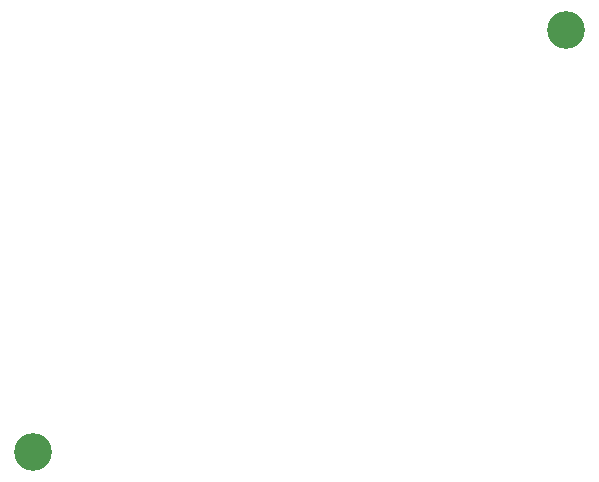
<source format=gbr>
%TF.GenerationSoftware,Altium Limited,Altium Designer,20.1.12 (249)*%
G04 Layer_Color=0*
%FSLAX26Y26*%
%MOIN*%
%TF.SameCoordinates,3330814B-4F48-45CB-92AE-830D8B31506C*%
%TF.FilePolarity,Positive*%
%TF.FileFunction,NonPlated,1,4,NPTH,Drill*%
%TF.Part,Single*%
G01*
G75*
%TA.AperFunction,OtherDrill,Pad Free-5 (105mil,105mil)*%
%ADD74C,0.125984*%
%TA.AperFunction,OtherDrill,Pad Free-4 (1880mil,1510mil)*%
%ADD75C,0.125984*%
D74*
X105000Y105000D02*
D03*
D75*
X1880000Y1510000D02*
D03*
%TF.MD5,2fed167876fcbbd33567fa8b37671da1*%
M02*

</source>
